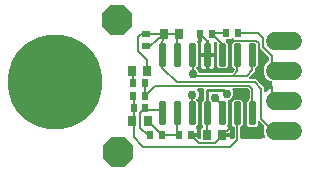
<source format=gbr>
G04 EAGLE Gerber RS-274X export*
G75*
%MOMM*%
%FSLAX34Y34*%
%LPD*%
%INTop Copper*%
%IPPOS*%
%AMOC8*
5,1,8,0,0,1.08239X$1,22.5*%
G01*
%ADD10C,0.300000*%
%ADD11R,0.600000X0.700000*%
%ADD12R,0.700000X0.600000*%
%ADD13R,0.700000X0.900000*%
%ADD14C,1.524000*%
%ADD15P,2.763017X8X112.500000*%
%ADD16C,8.000000*%
%ADD17P,2.763017X8X22.500000*%
%ADD18C,0.152400*%
%ADD19C,0.756400*%
%ADD20C,0.254000*%

G36*
X280032Y207717D02*
X280032Y207717D01*
X280149Y207732D01*
X280267Y207739D01*
X280306Y207752D01*
X280348Y207757D01*
X280457Y207801D01*
X280569Y207837D01*
X280605Y207859D01*
X280643Y207875D01*
X280738Y207944D01*
X280838Y208007D01*
X280867Y208037D01*
X280900Y208062D01*
X280975Y208153D01*
X281056Y208239D01*
X281076Y208275D01*
X281103Y208307D01*
X281153Y208414D01*
X281210Y208517D01*
X281220Y208558D01*
X281238Y208595D01*
X281260Y208711D01*
X281289Y208825D01*
X281293Y208887D01*
X281297Y208908D01*
X281296Y208928D01*
X281299Y208986D01*
X281299Y209071D01*
X285591Y209071D01*
X285591Y208998D01*
X285606Y208879D01*
X285613Y208759D01*
X285626Y208722D01*
X285631Y208683D01*
X285675Y208571D01*
X285712Y208457D01*
X285733Y208424D01*
X285748Y208387D01*
X285818Y208290D01*
X285883Y208188D01*
X285911Y208162D01*
X285934Y208130D01*
X286027Y208053D01*
X286115Y207971D01*
X286149Y207952D01*
X286179Y207927D01*
X286288Y207876D01*
X286393Y207818D01*
X286432Y207808D01*
X286467Y207791D01*
X286585Y207769D01*
X286702Y207739D01*
X286760Y207735D01*
X286779Y207732D01*
X286800Y207733D01*
X286862Y207729D01*
X288546Y207732D01*
X288663Y207747D01*
X288781Y207754D01*
X288820Y207767D01*
X288862Y207772D01*
X288971Y207816D01*
X289083Y207852D01*
X289119Y207875D01*
X289157Y207890D01*
X289252Y207959D01*
X289352Y208023D01*
X289381Y208053D01*
X289414Y208077D01*
X289489Y208168D01*
X289570Y208254D01*
X289590Y208291D01*
X289617Y208323D01*
X289667Y208429D01*
X289724Y208533D01*
X289734Y208573D01*
X289752Y208611D01*
X289774Y208727D01*
X289803Y208841D01*
X289807Y208903D01*
X289811Y208923D01*
X289810Y208943D01*
X289813Y209001D01*
X289813Y216883D01*
X289801Y216982D01*
X289798Y217081D01*
X289781Y217139D01*
X289773Y217199D01*
X289737Y217291D01*
X289709Y217386D01*
X289679Y217438D01*
X289656Y217495D01*
X289598Y217575D01*
X289548Y217660D01*
X289482Y217735D01*
X289470Y217752D01*
X289460Y217760D01*
X289442Y217781D01*
X287575Y219647D01*
X287575Y238853D01*
X289347Y240625D01*
X294853Y240625D01*
X296625Y238853D01*
X296625Y219647D01*
X294758Y217781D01*
X294698Y217703D01*
X294630Y217630D01*
X294601Y217577D01*
X294564Y217530D01*
X294524Y217439D01*
X294476Y217352D01*
X294461Y217293D01*
X294437Y217238D01*
X294422Y217140D01*
X294397Y217044D01*
X294391Y216944D01*
X294387Y216924D01*
X294389Y216911D01*
X294387Y216883D01*
X294387Y209014D01*
X294402Y208895D01*
X294409Y208775D01*
X294422Y208738D01*
X294427Y208699D01*
X294471Y208587D01*
X294508Y208473D01*
X294529Y208439D01*
X294544Y208403D01*
X294614Y208306D01*
X294679Y208204D01*
X294707Y208177D01*
X294730Y208146D01*
X294823Y208069D01*
X294911Y207987D01*
X294945Y207968D01*
X294975Y207943D01*
X295084Y207892D01*
X295189Y207834D01*
X295228Y207824D01*
X295263Y207807D01*
X295381Y207785D01*
X295498Y207755D01*
X295556Y207751D01*
X295575Y207747D01*
X295596Y207749D01*
X295658Y207745D01*
X308717Y207768D01*
X308725Y207769D01*
X308734Y207769D01*
X308764Y207773D01*
X311150Y207773D01*
X311172Y207775D01*
X311250Y207777D01*
X312720Y207892D01*
X312788Y207906D01*
X312856Y207911D01*
X313012Y207951D01*
X314749Y208515D01*
X314758Y208519D01*
X314767Y208521D01*
X314903Y208587D01*
X315037Y208650D01*
X315044Y208656D01*
X315053Y208661D01*
X315167Y208758D01*
X315282Y208853D01*
X315288Y208861D01*
X315295Y208867D01*
X315381Y208989D01*
X315469Y209110D01*
X315473Y209119D01*
X315478Y209127D01*
X315531Y209266D01*
X315586Y209406D01*
X315587Y209415D01*
X315591Y209424D01*
X315607Y209573D01*
X315626Y209721D01*
X315625Y209731D01*
X315626Y209740D01*
X315605Y209888D01*
X315587Y210037D01*
X315583Y210046D01*
X315582Y210055D01*
X315530Y210208D01*
X314451Y212811D01*
X314451Y216449D01*
X315028Y217840D01*
X315035Y217869D01*
X315049Y217895D01*
X315077Y218022D01*
X315112Y218147D01*
X315112Y218177D01*
X315118Y218205D01*
X315115Y218335D01*
X315117Y218465D01*
X315110Y218494D01*
X315109Y218523D01*
X315073Y218648D01*
X315042Y218774D01*
X315029Y218801D01*
X315020Y218829D01*
X314955Y218940D01*
X314894Y219055D01*
X314874Y219077D01*
X314859Y219103D01*
X314752Y219224D01*
X311845Y222131D01*
X311492Y222485D01*
X311382Y222570D01*
X311275Y222658D01*
X311256Y222667D01*
X311240Y222680D01*
X311113Y222735D01*
X310987Y222794D01*
X310967Y222798D01*
X310948Y222806D01*
X310811Y222828D01*
X310674Y222854D01*
X310654Y222853D01*
X310634Y222856D01*
X310496Y222843D01*
X310357Y222834D01*
X310338Y222828D01*
X310318Y222826D01*
X310186Y222779D01*
X310055Y222736D01*
X310038Y222725D01*
X310018Y222718D01*
X309903Y222640D01*
X309786Y222566D01*
X309772Y222551D01*
X309755Y222540D01*
X309663Y222436D01*
X309568Y222334D01*
X309558Y222317D01*
X309545Y222301D01*
X309481Y222177D01*
X309414Y222056D01*
X309409Y222036D01*
X309400Y222018D01*
X309370Y221882D01*
X309335Y221748D01*
X309333Y221720D01*
X309330Y221708D01*
X309331Y221687D01*
X309325Y221587D01*
X309325Y219647D01*
X307553Y217875D01*
X302047Y217875D01*
X300275Y219647D01*
X300275Y238853D01*
X302142Y240719D01*
X302202Y240797D01*
X302270Y240869D01*
X302299Y240922D01*
X302336Y240970D01*
X302376Y241061D01*
X302424Y241148D01*
X302439Y241207D01*
X302463Y241262D01*
X302478Y241360D01*
X302503Y241456D01*
X302509Y241556D01*
X302513Y241576D01*
X302511Y241589D01*
X302513Y241617D01*
X302513Y248717D01*
X302501Y248815D01*
X302498Y248914D01*
X302481Y248972D01*
X302473Y249033D01*
X302437Y249125D01*
X302409Y249220D01*
X302379Y249272D01*
X302356Y249328D01*
X302298Y249408D01*
X302248Y249494D01*
X302182Y249569D01*
X302170Y249586D01*
X302160Y249593D01*
X302142Y249615D01*
X301685Y250072D01*
X301606Y250132D01*
X301534Y250200D01*
X301481Y250229D01*
X301433Y250266D01*
X301342Y250306D01*
X301256Y250354D01*
X301197Y250369D01*
X301141Y250393D01*
X301043Y250408D01*
X300948Y250433D01*
X300848Y250439D01*
X300827Y250443D01*
X300815Y250441D01*
X300787Y250443D01*
X289214Y250443D01*
X289165Y250437D01*
X289115Y250439D01*
X289008Y250417D01*
X288899Y250403D01*
X288852Y250385D01*
X288804Y250375D01*
X288705Y250327D01*
X288603Y250286D01*
X288563Y250257D01*
X288518Y250235D01*
X288434Y250164D01*
X288345Y250100D01*
X288314Y250061D01*
X288276Y250029D01*
X288213Y249939D01*
X288143Y249855D01*
X288121Y249810D01*
X288093Y249769D01*
X288054Y249666D01*
X288007Y249567D01*
X287998Y249518D01*
X287980Y249472D01*
X287968Y249362D01*
X287947Y249255D01*
X287950Y249205D01*
X287945Y249156D01*
X287960Y249047D01*
X287967Y248937D01*
X287982Y248890D01*
X287989Y248841D01*
X288041Y248688D01*
X288771Y246928D01*
X288771Y244816D01*
X287963Y242866D01*
X286470Y241373D01*
X284643Y240616D01*
X284600Y240592D01*
X284553Y240575D01*
X284462Y240513D01*
X284367Y240459D01*
X284331Y240424D01*
X284290Y240396D01*
X284217Y240314D01*
X284138Y240238D01*
X284112Y240195D01*
X284079Y240158D01*
X284030Y240060D01*
X283972Y239966D01*
X283957Y239919D01*
X283935Y239874D01*
X283911Y239767D01*
X283879Y239663D01*
X283876Y239613D01*
X283865Y239564D01*
X283869Y239455D01*
X283863Y239345D01*
X283873Y239296D01*
X283875Y239246D01*
X283905Y239141D01*
X283925Y239048D01*
X283925Y219647D01*
X283891Y219613D01*
X283814Y219514D01*
X283732Y219419D01*
X283717Y219389D01*
X283696Y219362D01*
X283646Y219247D01*
X283590Y219134D01*
X283583Y219101D01*
X283570Y219070D01*
X283550Y218946D01*
X283524Y218823D01*
X283525Y218789D01*
X283520Y218756D01*
X283532Y218631D01*
X283537Y218505D01*
X283546Y218473D01*
X283550Y218439D01*
X283592Y218321D01*
X283628Y218201D01*
X283646Y218172D01*
X283657Y218140D01*
X283728Y218036D01*
X283793Y217928D01*
X283817Y217905D01*
X283836Y217877D01*
X283930Y217794D01*
X284020Y217706D01*
X284060Y217679D01*
X284074Y217667D01*
X284093Y217657D01*
X284154Y217617D01*
X284610Y217353D01*
X285083Y216880D01*
X285418Y216301D01*
X285591Y215654D01*
X285591Y212569D01*
X280030Y212569D01*
X279912Y212554D01*
X279793Y212547D01*
X279755Y212534D01*
X279715Y212529D01*
X279604Y212486D01*
X279491Y212449D01*
X279457Y212427D01*
X279419Y212412D01*
X279323Y212343D01*
X279222Y212279D01*
X279194Y212249D01*
X279162Y212226D01*
X279086Y212134D01*
X279004Y212047D01*
X278985Y212012D01*
X278959Y211981D01*
X278908Y211873D01*
X278851Y211769D01*
X278841Y211729D01*
X278823Y211693D01*
X278801Y211576D01*
X278795Y211574D01*
X278754Y211569D01*
X278644Y211525D01*
X278531Y211489D01*
X278496Y211467D01*
X278459Y211452D01*
X278362Y211382D01*
X278262Y211319D01*
X278234Y211289D01*
X278201Y211265D01*
X278125Y211174D01*
X278044Y211087D01*
X278024Y211052D01*
X277999Y211020D01*
X277948Y210913D01*
X277890Y210808D01*
X277880Y210769D01*
X277863Y210733D01*
X277841Y210616D01*
X277811Y210500D01*
X277807Y210440D01*
X277803Y210420D01*
X277805Y210400D01*
X277801Y210340D01*
X277801Y208984D01*
X277816Y208865D01*
X277823Y208745D01*
X277836Y208708D01*
X277841Y208669D01*
X277885Y208557D01*
X277922Y208443D01*
X277943Y208410D01*
X277958Y208373D01*
X278028Y208276D01*
X278093Y208174D01*
X278121Y208147D01*
X278144Y208116D01*
X278237Y208039D01*
X278325Y207957D01*
X278359Y207938D01*
X278389Y207913D01*
X278498Y207862D01*
X278603Y207804D01*
X278642Y207794D01*
X278677Y207777D01*
X278795Y207755D01*
X278912Y207725D01*
X278970Y207721D01*
X278989Y207718D01*
X279010Y207719D01*
X279072Y207715D01*
X280032Y207717D01*
G37*
G36*
X286661Y263157D02*
X286661Y263157D01*
X286760Y263160D01*
X286818Y263177D01*
X286879Y263185D01*
X286971Y263221D01*
X287066Y263249D01*
X287118Y263279D01*
X287174Y263302D01*
X287254Y263360D01*
X287340Y263410D01*
X287415Y263476D01*
X287432Y263488D01*
X287439Y263498D01*
X287461Y263516D01*
X289436Y265492D01*
X289509Y265586D01*
X289587Y265675D01*
X289606Y265711D01*
X289631Y265743D01*
X289678Y265852D01*
X289732Y265958D01*
X289741Y265998D01*
X289757Y266035D01*
X289776Y266153D01*
X289802Y266269D01*
X289801Y266309D01*
X289807Y266349D01*
X289796Y266468D01*
X289792Y266586D01*
X289781Y266625D01*
X289777Y266666D01*
X289737Y266778D01*
X289704Y266892D01*
X289683Y266927D01*
X289669Y266965D01*
X289602Y267063D01*
X289542Y267166D01*
X289502Y267211D01*
X289491Y267228D01*
X289476Y267241D01*
X289436Y267287D01*
X287575Y269147D01*
X287575Y288353D01*
X289240Y290017D01*
X289313Y290111D01*
X289391Y290200D01*
X289410Y290236D01*
X289434Y290268D01*
X289482Y290378D01*
X289536Y290484D01*
X289545Y290523D01*
X289561Y290560D01*
X289580Y290678D01*
X289606Y290794D01*
X289604Y290834D01*
X289611Y290874D01*
X289600Y290993D01*
X289596Y291112D01*
X289585Y291151D01*
X289581Y291191D01*
X289541Y291303D01*
X289507Y291417D01*
X289487Y291452D01*
X289473Y291490D01*
X289406Y291589D01*
X289346Y291691D01*
X289306Y291737D01*
X289295Y291753D01*
X289279Y291767D01*
X289240Y291812D01*
X288679Y292372D01*
X288592Y292440D01*
X288554Y292476D01*
X288545Y292481D01*
X288496Y292524D01*
X288460Y292542D01*
X288428Y292567D01*
X288319Y292615D01*
X288213Y292669D01*
X288174Y292677D01*
X288136Y292693D01*
X288019Y292712D01*
X287903Y292738D01*
X287862Y292737D01*
X287822Y292743D01*
X287704Y292732D01*
X287585Y292729D01*
X287546Y292717D01*
X287506Y292714D01*
X287394Y292673D01*
X287279Y292640D01*
X287244Y292620D01*
X287206Y292606D01*
X287108Y292539D01*
X287005Y292479D01*
X286960Y292439D01*
X286943Y292427D01*
X286930Y292412D01*
X286884Y292372D01*
X286414Y291901D01*
X283441Y291901D01*
X283303Y291884D01*
X283164Y291871D01*
X283145Y291864D01*
X283125Y291861D01*
X282996Y291810D01*
X282865Y291763D01*
X282848Y291752D01*
X282829Y291744D01*
X282717Y291663D01*
X282602Y291585D01*
X282588Y291569D01*
X282572Y291558D01*
X282483Y291450D01*
X282391Y291346D01*
X282382Y291328D01*
X282369Y291313D01*
X282310Y291187D01*
X282247Y291063D01*
X282242Y291043D01*
X282234Y291025D01*
X282208Y290888D01*
X282177Y290753D01*
X282178Y290732D01*
X282174Y290713D01*
X282183Y290574D01*
X282187Y290435D01*
X282192Y290415D01*
X282194Y290395D01*
X282236Y290263D01*
X282275Y290129D01*
X282285Y290112D01*
X282292Y290093D01*
X282366Y289975D01*
X282437Y289855D01*
X282455Y289834D01*
X282462Y289824D01*
X282477Y289810D01*
X282543Y289735D01*
X283925Y288353D01*
X283925Y269147D01*
X282153Y267375D01*
X276647Y267375D01*
X274875Y269147D01*
X274875Y288467D01*
X274863Y288565D01*
X274860Y288664D01*
X274843Y288722D01*
X274835Y288783D01*
X274799Y288875D01*
X274771Y288970D01*
X274741Y289022D01*
X274718Y289078D01*
X274660Y289158D01*
X274610Y289244D01*
X274544Y289319D01*
X274532Y289336D01*
X274522Y289343D01*
X274504Y289365D01*
X274128Y289740D01*
X274013Y289830D01*
X273899Y289921D01*
X273887Y289927D01*
X273877Y289935D01*
X273743Y289993D01*
X273610Y290054D01*
X273597Y290056D01*
X273585Y290062D01*
X273442Y290084D01*
X273297Y290110D01*
X273284Y290109D01*
X273271Y290111D01*
X273126Y290098D01*
X272980Y290087D01*
X272967Y290083D01*
X272954Y290082D01*
X272817Y290032D01*
X272679Y289986D01*
X272667Y289979D01*
X272655Y289974D01*
X272534Y289892D01*
X272412Y289813D01*
X272403Y289803D01*
X272392Y289795D01*
X272295Y289686D01*
X272196Y289579D01*
X272190Y289567D01*
X272181Y289557D01*
X272115Y289427D01*
X272046Y289299D01*
X272043Y289286D01*
X272036Y289274D01*
X272004Y289131D01*
X271970Y288990D01*
X271970Y288977D01*
X271967Y288963D01*
X271971Y288817D01*
X271973Y288672D01*
X271976Y288654D01*
X271976Y288646D01*
X271981Y288629D01*
X272004Y288514D01*
X272241Y287632D01*
X272241Y280249D01*
X268199Y280249D01*
X268199Y290378D01*
X268184Y290496D01*
X268177Y290615D01*
X268164Y290653D01*
X268159Y290694D01*
X268116Y290804D01*
X268079Y290917D01*
X268057Y290952D01*
X268042Y290989D01*
X267973Y291085D01*
X267909Y291186D01*
X267879Y291214D01*
X267856Y291247D01*
X267764Y291323D01*
X267677Y291404D01*
X267642Y291424D01*
X267611Y291449D01*
X267503Y291500D01*
X267399Y291558D01*
X267359Y291568D01*
X267323Y291585D01*
X267206Y291607D01*
X267091Y291637D01*
X267031Y291641D01*
X267011Y291645D01*
X266990Y291643D01*
X266930Y291647D01*
X266470Y291647D01*
X266352Y291632D01*
X266233Y291625D01*
X266195Y291612D01*
X266154Y291607D01*
X266044Y291564D01*
X265931Y291527D01*
X265896Y291505D01*
X265859Y291490D01*
X265762Y291421D01*
X265662Y291357D01*
X265634Y291327D01*
X265601Y291304D01*
X265525Y291212D01*
X265444Y291125D01*
X265424Y291090D01*
X265399Y291059D01*
X265348Y290951D01*
X265290Y290847D01*
X265280Y290807D01*
X265263Y290771D01*
X265241Y290654D01*
X265211Y290539D01*
X265207Y290479D01*
X265203Y290459D01*
X265205Y290438D01*
X265201Y290378D01*
X265201Y280249D01*
X261159Y280249D01*
X261159Y287632D01*
X261435Y288660D01*
X261759Y289222D01*
X261795Y289307D01*
X261840Y289388D01*
X261856Y289453D01*
X261882Y289515D01*
X261896Y289606D01*
X261919Y289696D01*
X261926Y289813D01*
X261929Y289830D01*
X261928Y289838D01*
X261929Y289856D01*
X261929Y296332D01*
X261914Y296452D01*
X261907Y296572D01*
X261894Y296609D01*
X261889Y296648D01*
X261845Y296760D01*
X261808Y296874D01*
X261787Y296907D01*
X261772Y296944D01*
X261702Y297041D01*
X261637Y297142D01*
X261609Y297169D01*
X261586Y297201D01*
X261493Y297278D01*
X261405Y297360D01*
X261371Y297379D01*
X261341Y297404D01*
X261232Y297455D01*
X261126Y297513D01*
X261088Y297523D01*
X261053Y297539D01*
X260935Y297562D01*
X260818Y297592D01*
X260760Y297595D01*
X260741Y297599D01*
X260720Y297598D01*
X260658Y297602D01*
X260198Y297601D01*
X260081Y297586D01*
X259963Y297578D01*
X259923Y297566D01*
X259882Y297560D01*
X259773Y297517D01*
X259661Y297480D01*
X259625Y297458D01*
X259587Y297443D01*
X259491Y297373D01*
X259392Y297310D01*
X259363Y297280D01*
X259330Y297255D01*
X259255Y297165D01*
X259174Y297079D01*
X259154Y297042D01*
X259127Y297010D01*
X259077Y296903D01*
X259020Y296800D01*
X259010Y296760D01*
X258992Y296722D01*
X258970Y296606D01*
X258941Y296492D01*
X258937Y296430D01*
X258933Y296410D01*
X258934Y296390D01*
X258931Y296332D01*
X258931Y290566D01*
X258866Y290540D01*
X258735Y290493D01*
X258718Y290482D01*
X258699Y290474D01*
X258587Y290393D01*
X258472Y290315D01*
X258458Y290299D01*
X258442Y290288D01*
X258353Y290180D01*
X258261Y290076D01*
X258252Y290058D01*
X258239Y290043D01*
X258180Y289917D01*
X258117Y289793D01*
X258112Y289773D01*
X258104Y289755D01*
X258078Y289619D01*
X258047Y289483D01*
X258048Y289462D01*
X258044Y289442D01*
X258053Y289304D01*
X258057Y289165D01*
X258062Y289145D01*
X258064Y289125D01*
X258106Y288993D01*
X258145Y288859D01*
X258155Y288842D01*
X258162Y288823D01*
X258236Y288705D01*
X258307Y288585D01*
X258325Y288564D01*
X258332Y288554D01*
X258347Y288540D01*
X258413Y288464D01*
X258525Y288353D01*
X258525Y269147D01*
X257657Y268279D01*
X257584Y268185D01*
X257505Y268096D01*
X257487Y268060D01*
X257462Y268028D01*
X257415Y267919D01*
X257360Y267813D01*
X257352Y267773D01*
X257335Y267736D01*
X257317Y267618D01*
X257291Y267502D01*
X257292Y267462D01*
X257286Y267422D01*
X257297Y267303D01*
X257300Y267184D01*
X257312Y267146D01*
X257315Y267105D01*
X257356Y266993D01*
X257389Y266879D01*
X257409Y266844D01*
X257423Y266806D01*
X257490Y266708D01*
X257550Y266605D01*
X257590Y266560D01*
X257602Y266543D01*
X257617Y266529D01*
X257657Y266484D01*
X259007Y265134D01*
X259506Y263928D01*
X259521Y263903D01*
X259530Y263875D01*
X259599Y263765D01*
X259664Y263652D01*
X259684Y263631D01*
X259700Y263606D01*
X259795Y263517D01*
X259885Y263424D01*
X259910Y263408D01*
X259932Y263388D01*
X260045Y263325D01*
X260156Y263257D01*
X260184Y263249D01*
X260210Y263234D01*
X260336Y263202D01*
X260460Y263164D01*
X260490Y263162D01*
X260518Y263155D01*
X260679Y263145D01*
X286563Y263145D01*
X286661Y263157D01*
G37*
G36*
X316034Y247316D02*
X316034Y247316D01*
X316173Y247321D01*
X316193Y247326D01*
X316213Y247327D01*
X316345Y247370D01*
X316479Y247409D01*
X316496Y247419D01*
X316515Y247425D01*
X316633Y247500D01*
X316753Y247571D01*
X316774Y247589D01*
X316784Y247596D01*
X316798Y247611D01*
X316874Y247677D01*
X316977Y247780D01*
X318271Y248720D01*
X319696Y249446D01*
X320940Y249851D01*
X321012Y249885D01*
X321087Y249909D01*
X321155Y249952D01*
X321228Y249986D01*
X321289Y250037D01*
X321356Y250079D01*
X321411Y250138D01*
X321473Y250189D01*
X321520Y250253D01*
X321574Y250311D01*
X321613Y250381D01*
X321660Y250446D01*
X321689Y250520D01*
X321728Y250589D01*
X321748Y250667D01*
X321777Y250742D01*
X321787Y250820D01*
X321807Y250897D01*
X321817Y251057D01*
X321817Y251058D01*
X321817Y255421D01*
X321814Y255450D01*
X321816Y255479D01*
X321794Y255607D01*
X321777Y255736D01*
X321767Y255763D01*
X321762Y255793D01*
X321708Y255911D01*
X321660Y256032D01*
X321643Y256056D01*
X321631Y256083D01*
X321550Y256184D01*
X321474Y256289D01*
X321451Y256308D01*
X321432Y256331D01*
X321329Y256409D01*
X321229Y256492D01*
X321202Y256504D01*
X321178Y256522D01*
X321034Y256593D01*
X318416Y257677D01*
X315843Y260250D01*
X314451Y263611D01*
X314451Y267249D01*
X315843Y270610D01*
X318398Y273164D01*
X318458Y273242D01*
X318526Y273314D01*
X318555Y273367D01*
X318592Y273415D01*
X318632Y273506D01*
X318680Y273593D01*
X318695Y273652D01*
X318719Y273707D01*
X318734Y273805D01*
X318759Y273901D01*
X318765Y274001D01*
X318769Y274021D01*
X318767Y274034D01*
X318769Y274062D01*
X318769Y276657D01*
X318757Y276755D01*
X318754Y276854D01*
X318737Y276912D01*
X318729Y276973D01*
X318693Y277065D01*
X318665Y277160D01*
X318635Y277212D01*
X318612Y277268D01*
X318554Y277348D01*
X318504Y277434D01*
X318438Y277509D01*
X318426Y277526D01*
X318416Y277533D01*
X318398Y277555D01*
X311491Y284461D01*
X311382Y284546D01*
X311275Y284634D01*
X311256Y284643D01*
X311240Y284656D01*
X311112Y284711D01*
X310987Y284770D01*
X310967Y284774D01*
X310948Y284782D01*
X310810Y284804D01*
X310674Y284830D01*
X310654Y284829D01*
X310634Y284832D01*
X310495Y284819D01*
X310357Y284810D01*
X310338Y284804D01*
X310318Y284802D01*
X310186Y284755D01*
X310055Y284712D01*
X310037Y284701D01*
X310018Y284694D01*
X309903Y284616D01*
X309786Y284542D01*
X309772Y284527D01*
X309755Y284516D01*
X309663Y284411D01*
X309568Y284310D01*
X309558Y284293D01*
X309545Y284277D01*
X309481Y284153D01*
X309414Y284032D01*
X309409Y284012D01*
X309400Y283994D01*
X309370Y283858D01*
X309335Y283724D01*
X309333Y283696D01*
X309330Y283684D01*
X309331Y283663D01*
X309325Y283563D01*
X309325Y269147D01*
X307458Y267281D01*
X307398Y267203D01*
X307330Y267131D01*
X307301Y267078D01*
X307264Y267030D01*
X307224Y266939D01*
X307176Y266852D01*
X307161Y266793D01*
X307137Y266738D01*
X307122Y266640D01*
X307097Y266544D01*
X307091Y266444D01*
X307087Y266424D01*
X307089Y266411D01*
X307087Y266383D01*
X307087Y264737D01*
X302632Y260283D01*
X302582Y260232D01*
X302496Y260122D01*
X302408Y260015D01*
X302399Y259996D01*
X302387Y259981D01*
X302331Y259853D01*
X302272Y259727D01*
X302268Y259707D01*
X302260Y259689D01*
X302238Y259551D01*
X302212Y259414D01*
X302213Y259394D01*
X302210Y259375D01*
X302223Y259236D01*
X302232Y259097D01*
X302238Y259078D01*
X302240Y259058D01*
X302287Y258927D01*
X302330Y258795D01*
X302341Y258778D01*
X302347Y258759D01*
X302426Y258643D01*
X302500Y258526D01*
X302515Y258512D01*
X302526Y258496D01*
X302630Y258403D01*
X302732Y258308D01*
X302749Y258298D01*
X302764Y258285D01*
X302889Y258222D01*
X303010Y258154D01*
X303030Y258149D01*
X303048Y258140D01*
X303184Y258110D01*
X303318Y258075D01*
X303346Y258073D01*
X303358Y258071D01*
X303378Y258071D01*
X303479Y258065D01*
X307779Y258065D01*
X314707Y251137D01*
X314707Y248574D01*
X314724Y248437D01*
X314737Y248298D01*
X314744Y248279D01*
X314747Y248259D01*
X314798Y248130D01*
X314845Y247999D01*
X314856Y247982D01*
X314864Y247963D01*
X314945Y247850D01*
X315023Y247736D01*
X315039Y247722D01*
X315050Y247706D01*
X315158Y247617D01*
X315262Y247525D01*
X315280Y247516D01*
X315295Y247503D01*
X315421Y247444D01*
X315545Y247381D01*
X315565Y247376D01*
X315583Y247367D01*
X315720Y247341D01*
X315855Y247311D01*
X315876Y247312D01*
X315895Y247308D01*
X316034Y247316D01*
G37*
G36*
X260258Y207681D02*
X260258Y207681D01*
X260375Y207696D01*
X260493Y207703D01*
X260532Y207716D01*
X260574Y207721D01*
X260684Y207765D01*
X260795Y207801D01*
X260831Y207824D01*
X260869Y207839D01*
X260965Y207908D01*
X261064Y207972D01*
X261093Y208002D01*
X261126Y208026D01*
X261201Y208117D01*
X261282Y208203D01*
X261302Y208240D01*
X261329Y208272D01*
X261379Y208378D01*
X261436Y208482D01*
X261446Y208522D01*
X261464Y208560D01*
X261486Y208676D01*
X261515Y208790D01*
X261519Y208852D01*
X261523Y208872D01*
X261522Y208892D01*
X261525Y208950D01*
X261525Y215952D01*
X262699Y217125D01*
X262752Y217161D01*
X262766Y217177D01*
X262782Y217188D01*
X262871Y217296D01*
X262963Y217400D01*
X262972Y217418D01*
X262985Y217433D01*
X263044Y217559D01*
X263107Y217683D01*
X263112Y217703D01*
X263120Y217721D01*
X263146Y217858D01*
X263177Y217993D01*
X263176Y218014D01*
X263180Y218033D01*
X263172Y218172D01*
X263167Y218311D01*
X263162Y218331D01*
X263160Y218351D01*
X263118Y218483D01*
X263079Y218617D01*
X263069Y218634D01*
X263062Y218653D01*
X262988Y218771D01*
X262917Y218891D01*
X262899Y218912D01*
X262892Y218922D01*
X262877Y218936D01*
X262811Y219011D01*
X262175Y219647D01*
X262175Y238853D01*
X263534Y240211D01*
X263594Y240289D01*
X263662Y240362D01*
X263691Y240415D01*
X263728Y240462D01*
X263768Y240553D01*
X263816Y240640D01*
X263831Y240699D01*
X263855Y240754D01*
X263870Y240852D01*
X263895Y240948D01*
X263901Y241048D01*
X263905Y241068D01*
X263903Y241081D01*
X263905Y241109D01*
X263905Y249174D01*
X263890Y249292D01*
X263883Y249411D01*
X263870Y249449D01*
X263865Y249490D01*
X263822Y249600D01*
X263785Y249713D01*
X263763Y249748D01*
X263748Y249785D01*
X263679Y249881D01*
X263615Y249982D01*
X263585Y250010D01*
X263562Y250043D01*
X263470Y250119D01*
X263383Y250200D01*
X263348Y250220D01*
X263317Y250245D01*
X263209Y250296D01*
X263105Y250354D01*
X263065Y250364D01*
X263029Y250381D01*
X262912Y250403D01*
X262797Y250433D01*
X262737Y250437D01*
X262717Y250441D01*
X262696Y250439D01*
X262636Y250443D01*
X259236Y250443D01*
X259098Y250426D01*
X258959Y250413D01*
X258940Y250406D01*
X258920Y250403D01*
X258791Y250352D01*
X258660Y250305D01*
X258643Y250294D01*
X258625Y250286D01*
X258512Y250205D01*
X258397Y250127D01*
X258384Y250111D01*
X258367Y250100D01*
X258279Y249992D01*
X258187Y249888D01*
X258177Y249870D01*
X258164Y249855D01*
X258105Y249729D01*
X258042Y249605D01*
X258037Y249585D01*
X258029Y249567D01*
X258003Y249431D01*
X257972Y249295D01*
X257973Y249274D01*
X257969Y249255D01*
X257978Y249116D01*
X257982Y248977D01*
X257988Y248957D01*
X257989Y248937D01*
X258032Y248805D01*
X258070Y248671D01*
X258081Y248654D01*
X258087Y248635D01*
X258161Y248517D01*
X258232Y248397D01*
X258251Y248376D01*
X258257Y248366D01*
X258272Y248352D01*
X258338Y248276D01*
X258499Y248116D01*
X259307Y246166D01*
X259307Y244054D01*
X258499Y242104D01*
X257784Y241389D01*
X257711Y241295D01*
X257632Y241206D01*
X257614Y241170D01*
X257589Y241138D01*
X257541Y241028D01*
X257487Y240922D01*
X257479Y240883D01*
X257462Y240846D01*
X257444Y240728D01*
X257418Y240612D01*
X257419Y240572D01*
X257413Y240532D01*
X257424Y240413D01*
X257427Y240294D01*
X257439Y240255D01*
X257442Y240215D01*
X257483Y240103D01*
X257516Y239989D01*
X257536Y239954D01*
X257550Y239916D01*
X257617Y239817D01*
X257677Y239715D01*
X257717Y239669D01*
X257729Y239653D01*
X257744Y239639D01*
X257784Y239594D01*
X258525Y238853D01*
X258525Y219647D01*
X257118Y218240D01*
X257045Y218146D01*
X256966Y218057D01*
X256948Y218021D01*
X256923Y217989D01*
X256876Y217880D01*
X256822Y217774D01*
X256813Y217734D01*
X256797Y217697D01*
X256778Y217579D01*
X256752Y217463D01*
X256753Y217423D01*
X256747Y217383D01*
X256758Y217264D01*
X256762Y217146D01*
X256773Y217107D01*
X256777Y217066D01*
X256817Y216954D01*
X256850Y216840D01*
X256870Y216805D01*
X256884Y216767D01*
X256951Y216669D01*
X257011Y216566D01*
X257051Y216521D01*
X257063Y216504D01*
X257078Y216491D01*
X257118Y216445D01*
X257683Y215880D01*
X258018Y215301D01*
X258191Y214654D01*
X258191Y212319D01*
X252880Y212319D01*
X252762Y212304D01*
X252643Y212297D01*
X252605Y212284D01*
X252565Y212279D01*
X252454Y212236D01*
X252341Y212199D01*
X252307Y212177D01*
X252269Y212162D01*
X252173Y212093D01*
X252072Y212029D01*
X252044Y211999D01*
X252012Y211976D01*
X251936Y211884D01*
X251854Y211797D01*
X251835Y211762D01*
X251809Y211731D01*
X251758Y211623D01*
X251701Y211519D01*
X251691Y211479D01*
X251673Y211443D01*
X251651Y211326D01*
X251621Y211211D01*
X251617Y211151D01*
X251614Y211131D01*
X251615Y211110D01*
X251611Y211050D01*
X251611Y210590D01*
X251626Y210472D01*
X251633Y210353D01*
X251646Y210315D01*
X251651Y210274D01*
X251695Y210164D01*
X251731Y210051D01*
X251753Y210016D01*
X251768Y209979D01*
X251838Y209882D01*
X251901Y209782D01*
X251931Y209754D01*
X251955Y209721D01*
X252046Y209645D01*
X252133Y209564D01*
X252168Y209544D01*
X252200Y209519D01*
X252307Y209468D01*
X252412Y209410D01*
X252451Y209400D01*
X252487Y209383D01*
X252604Y209361D01*
X252720Y209331D01*
X252780Y209327D01*
X252800Y209323D01*
X252820Y209325D01*
X252880Y209321D01*
X258191Y209321D01*
X258191Y208949D01*
X258206Y208830D01*
X258213Y208710D01*
X258226Y208672D01*
X258231Y208633D01*
X258275Y208522D01*
X258312Y208407D01*
X258333Y208374D01*
X258348Y208338D01*
X258418Y208240D01*
X258483Y208139D01*
X258511Y208112D01*
X258534Y208080D01*
X258627Y208004D01*
X258715Y207921D01*
X258749Y207903D01*
X258779Y207877D01*
X258888Y207826D01*
X258993Y207768D01*
X259032Y207759D01*
X259067Y207742D01*
X259185Y207719D01*
X259302Y207690D01*
X259360Y207686D01*
X259379Y207682D01*
X259400Y207683D01*
X259462Y207680D01*
X260258Y207681D01*
G37*
%LPC*%
G36*
X268199Y266359D02*
X268199Y266359D01*
X268199Y277251D01*
X272241Y277251D01*
X272241Y269868D01*
X271965Y268840D01*
X271433Y267919D01*
X270681Y267167D01*
X269760Y266635D01*
X268732Y266359D01*
X268199Y266359D01*
G37*
%LPD*%
%LPC*%
G36*
X264668Y266359D02*
X264668Y266359D01*
X263640Y266635D01*
X262719Y267167D01*
X261967Y267919D01*
X261435Y268840D01*
X261159Y269868D01*
X261159Y277251D01*
X265201Y277251D01*
X265201Y266359D01*
X264668Y266359D01*
G37*
%LPD*%
D10*
X230100Y237600D02*
X230100Y220900D01*
X227100Y220900D01*
X227100Y237600D01*
X230100Y237600D01*
X230100Y223750D02*
X227100Y223750D01*
X227100Y226600D02*
X230100Y226600D01*
X230100Y229450D02*
X227100Y229450D01*
X227100Y232300D02*
X230100Y232300D01*
X230100Y235150D02*
X227100Y235150D01*
X242800Y237600D02*
X242800Y220900D01*
X239800Y220900D01*
X239800Y237600D01*
X242800Y237600D01*
X242800Y223750D02*
X239800Y223750D01*
X239800Y226600D02*
X242800Y226600D01*
X242800Y229450D02*
X239800Y229450D01*
X239800Y232300D02*
X242800Y232300D01*
X242800Y235150D02*
X239800Y235150D01*
X255500Y237600D02*
X255500Y220900D01*
X252500Y220900D01*
X252500Y237600D01*
X255500Y237600D01*
X255500Y223750D02*
X252500Y223750D01*
X252500Y226600D02*
X255500Y226600D01*
X255500Y229450D02*
X252500Y229450D01*
X252500Y232300D02*
X255500Y232300D01*
X255500Y235150D02*
X252500Y235150D01*
X268200Y237600D02*
X268200Y220900D01*
X265200Y220900D01*
X265200Y237600D01*
X268200Y237600D01*
X268200Y223750D02*
X265200Y223750D01*
X265200Y226600D02*
X268200Y226600D01*
X268200Y229450D02*
X265200Y229450D01*
X265200Y232300D02*
X268200Y232300D01*
X268200Y235150D02*
X265200Y235150D01*
X280900Y237600D02*
X280900Y220900D01*
X277900Y220900D01*
X277900Y237600D01*
X280900Y237600D01*
X280900Y223750D02*
X277900Y223750D01*
X277900Y226600D02*
X280900Y226600D01*
X280900Y229450D02*
X277900Y229450D01*
X277900Y232300D02*
X280900Y232300D01*
X280900Y235150D02*
X277900Y235150D01*
X293600Y237600D02*
X293600Y220900D01*
X290600Y220900D01*
X290600Y237600D01*
X293600Y237600D01*
X293600Y223750D02*
X290600Y223750D01*
X290600Y226600D02*
X293600Y226600D01*
X293600Y229450D02*
X290600Y229450D01*
X290600Y232300D02*
X293600Y232300D01*
X293600Y235150D02*
X290600Y235150D01*
X306300Y237600D02*
X306300Y220900D01*
X303300Y220900D01*
X303300Y237600D01*
X306300Y237600D01*
X306300Y223750D02*
X303300Y223750D01*
X303300Y226600D02*
X306300Y226600D01*
X306300Y229450D02*
X303300Y229450D01*
X303300Y232300D02*
X306300Y232300D01*
X306300Y235150D02*
X303300Y235150D01*
X306300Y270400D02*
X306300Y287100D01*
X306300Y270400D02*
X303300Y270400D01*
X303300Y287100D01*
X306300Y287100D01*
X306300Y273250D02*
X303300Y273250D01*
X303300Y276100D02*
X306300Y276100D01*
X306300Y278950D02*
X303300Y278950D01*
X303300Y281800D02*
X306300Y281800D01*
X306300Y284650D02*
X303300Y284650D01*
X293600Y287100D02*
X293600Y270400D01*
X290600Y270400D01*
X290600Y287100D01*
X293600Y287100D01*
X293600Y273250D02*
X290600Y273250D01*
X290600Y276100D02*
X293600Y276100D01*
X293600Y278950D02*
X290600Y278950D01*
X290600Y281800D02*
X293600Y281800D01*
X293600Y284650D02*
X290600Y284650D01*
X280900Y287100D02*
X280900Y270400D01*
X277900Y270400D01*
X277900Y287100D01*
X280900Y287100D01*
X280900Y273250D02*
X277900Y273250D01*
X277900Y276100D02*
X280900Y276100D01*
X280900Y278950D02*
X277900Y278950D01*
X277900Y281800D02*
X280900Y281800D01*
X280900Y284650D02*
X277900Y284650D01*
X268200Y287100D02*
X268200Y270400D01*
X265200Y270400D01*
X265200Y287100D01*
X268200Y287100D01*
X268200Y273250D02*
X265200Y273250D01*
X265200Y276100D02*
X268200Y276100D01*
X268200Y278950D02*
X265200Y278950D01*
X265200Y281800D02*
X268200Y281800D01*
X268200Y284650D02*
X265200Y284650D01*
X255500Y287100D02*
X255500Y270400D01*
X252500Y270400D01*
X252500Y287100D01*
X255500Y287100D01*
X255500Y273250D02*
X252500Y273250D01*
X252500Y276100D02*
X255500Y276100D01*
X255500Y278950D02*
X252500Y278950D01*
X252500Y281800D02*
X255500Y281800D01*
X255500Y284650D02*
X252500Y284650D01*
X242800Y287100D02*
X242800Y270400D01*
X239800Y270400D01*
X239800Y287100D01*
X242800Y287100D01*
X242800Y273250D02*
X239800Y273250D01*
X239800Y276100D02*
X242800Y276100D01*
X242800Y278950D02*
X239800Y278950D01*
X239800Y281800D02*
X242800Y281800D01*
X242800Y284650D02*
X239800Y284650D01*
X230100Y287100D02*
X230100Y270400D01*
X227100Y270400D01*
X227100Y287100D01*
X230100Y287100D01*
X230100Y273250D02*
X227100Y273250D01*
X227100Y276100D02*
X230100Y276100D01*
X230100Y278950D02*
X227100Y278950D01*
X227100Y281800D02*
X230100Y281800D01*
X230100Y284650D02*
X227100Y284650D01*
D11*
X214296Y233426D03*
X204296Y233426D03*
X252650Y210820D03*
X242650Y210820D03*
X228266Y210566D03*
X218266Y210566D03*
X204042Y244094D03*
X214042Y244094D03*
X282782Y296926D03*
X292782Y296926D03*
X260430Y296672D03*
X270430Y296672D03*
X214042Y254508D03*
X204042Y254508D03*
D12*
X214376Y296592D03*
X214376Y286592D03*
D13*
X202542Y264922D03*
X215542Y264922D03*
X242974Y296418D03*
X229974Y296418D03*
X279550Y210820D03*
X266550Y210820D03*
D14*
X323596Y290830D02*
X338836Y290830D01*
X338836Y265430D02*
X323596Y265430D01*
X323596Y240030D02*
X338836Y240030D01*
X338836Y214630D02*
X323596Y214630D01*
D15*
X190754Y196850D03*
D16*
X137414Y255524D03*
D17*
X190246Y307848D03*
D13*
X203304Y223012D03*
X216304Y223012D03*
D18*
X259563Y204034D02*
X273537Y204034D01*
X252777Y210820D02*
X252650Y210820D01*
X279550Y210820D02*
X279550Y210047D01*
X273537Y204034D01*
X259563Y204034D02*
X252777Y210820D01*
X266780Y290322D02*
X260430Y296672D01*
X266780Y290322D02*
X266780Y278830D01*
X266700Y278750D01*
D19*
X298196Y244122D03*
D18*
X285900Y238684D02*
X285900Y217170D01*
X279550Y210820D01*
X285900Y238684D02*
X291338Y244122D01*
X298196Y244122D01*
X282214Y265344D02*
X269982Y265344D01*
X286814Y288668D02*
X289032Y290886D01*
X266700Y268626D02*
X269982Y265344D01*
X266700Y268626D02*
X266700Y278750D01*
X282214Y265344D02*
X286814Y269944D01*
X286814Y288668D01*
X307868Y290886D02*
X310134Y288620D01*
X310134Y262375D02*
X321056Y251453D01*
X321056Y243840D01*
X307868Y290886D02*
X289032Y290886D01*
X310134Y288620D02*
X310134Y262375D01*
X324866Y240030D02*
X331216Y240030D01*
X324866Y240030D02*
X321056Y243840D01*
X204042Y254508D02*
X204042Y258064D01*
X203558Y258548D01*
X203558Y263906D02*
X202542Y264922D01*
X203558Y263906D02*
X203558Y258548D01*
D19*
X254000Y245110D03*
D18*
X254000Y229250D01*
X292782Y296926D02*
X309372Y296926D01*
X313690Y292608D02*
X313690Y285496D01*
X321056Y278130D01*
X321056Y269748D01*
X321056Y265430D01*
X313690Y292608D02*
X309372Y296926D01*
X325374Y265430D02*
X331216Y265430D01*
X325374Y265430D02*
X321056Y269748D01*
D19*
X273304Y242570D03*
D18*
X279400Y236474D01*
X279400Y229250D01*
X292100Y229250D02*
X292100Y207010D01*
X286076Y200986D02*
X212678Y200986D01*
X204296Y209368D01*
X204296Y233426D01*
X286076Y200986D02*
X292100Y207010D01*
X204296Y243840D02*
X204042Y244094D01*
X204296Y243840D02*
X204296Y233426D01*
X270645Y296890D02*
X282782Y296926D01*
X270645Y296890D02*
X270430Y296672D01*
X279400Y287702D01*
X279400Y278750D01*
X229974Y296418D02*
X218533Y286592D01*
X214376Y286592D01*
X226897Y280453D02*
X228600Y278750D01*
X226897Y280453D02*
X229974Y296418D01*
X228600Y278750D02*
X228600Y267970D01*
X240792Y255778D02*
X306832Y255778D01*
X312420Y224790D02*
X322580Y214630D01*
X331216Y214630D01*
X240792Y255778D02*
X228600Y267970D01*
X306832Y255778D02*
X312420Y250190D01*
X312420Y224790D01*
X222678Y252730D02*
X214042Y244094D01*
X214042Y254508D01*
X222678Y252730D02*
X302260Y252730D01*
X304800Y250190D02*
X304800Y229250D01*
X304800Y250190D02*
X302260Y252730D01*
X228600Y229250D02*
X226060Y231790D01*
X215932Y231790D01*
X216234Y210566D02*
X218266Y210566D01*
X216234Y210566D02*
X210138Y216662D01*
X215932Y231790D02*
X214296Y233426D01*
X210138Y229268D01*
X210138Y216662D01*
X266550Y210820D02*
X266550Y229100D01*
X266700Y229250D01*
X266982Y229532D01*
D19*
X283464Y245872D03*
D20*
X266700Y249174D02*
X266700Y229250D01*
X283464Y245872D02*
X280162Y249174D01*
X266700Y249174D01*
D18*
X241300Y212170D02*
X242650Y210820D01*
X241300Y212170D02*
X241300Y229250D01*
X228266Y210820D02*
X228266Y210566D01*
X228266Y210820D02*
X242650Y210820D01*
X228266Y211050D02*
X216304Y223012D01*
X228266Y211050D02*
X228266Y210820D01*
X214550Y296418D02*
X214376Y296592D01*
X214550Y296418D02*
X242974Y296418D01*
X241300Y295886D01*
X241300Y278750D01*
X215542Y274320D02*
X215542Y264922D01*
X215542Y274320D02*
X208026Y281836D01*
X210566Y296592D02*
X214376Y296592D01*
X210566Y296592D02*
X208026Y294052D01*
X208026Y281836D01*
X304800Y278750D02*
X304800Y265684D01*
X299974Y260858D01*
X288036Y260858D01*
X255778Y260858D01*
X254508Y262128D01*
D19*
X254508Y262128D03*
D18*
X254508Y278242D02*
X254000Y278750D01*
X254508Y278242D02*
X254508Y262128D01*
X292100Y264922D02*
X292100Y278750D01*
X292100Y264922D02*
X288036Y260858D01*
M02*

</source>
